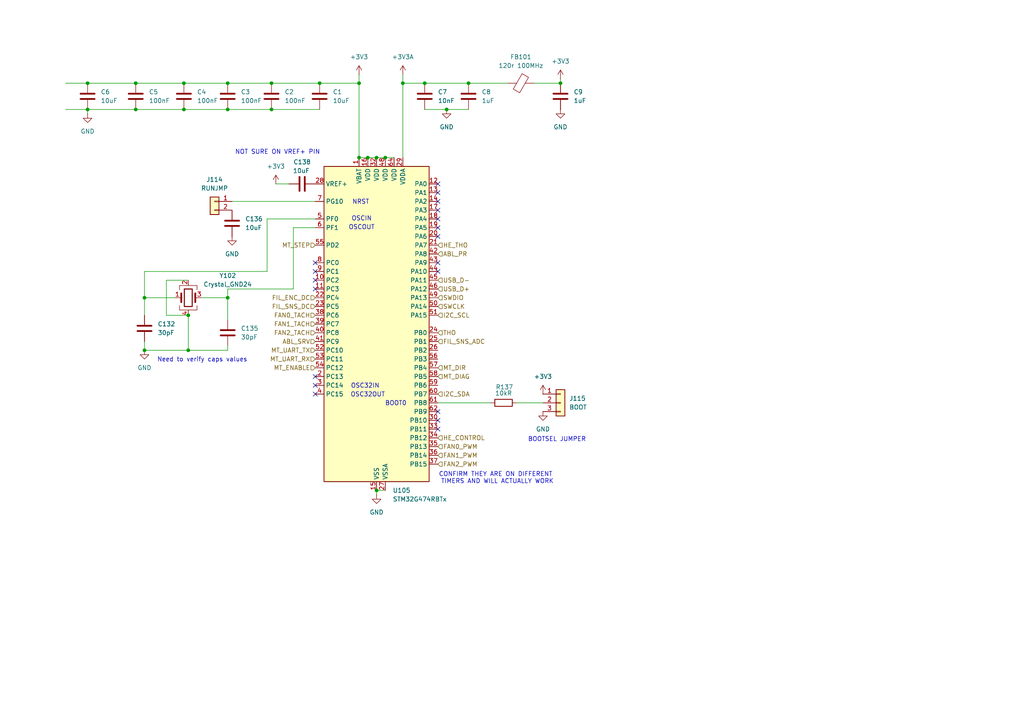
<source format=kicad_sch>
(kicad_sch (version 20250114) (generator "eeschema") (generator_version "9.0")
  (paper "A4")
  (lib_symbols
    (symbol "Connector_Generic:Conn_01x02" (pin_names (offset 1.016) (hide yes))
      (property "Reference" "J" (at 0 2.54 0))
      (property "Value" "Conn_01x02" (at 0 -5.08 0))
      (symbol "Conn_01x02_1_1"
        (rectangle (start -1.27 1.27) (end 1.27 -3.81) (stroke (width 0.254)) (fill (type background)))
        (rectangle (start -1.27 0.127) (end 0 -0.127) (stroke (width 0.1524)))
        (rectangle (start -1.27 -2.413) (end 0 -2.667) (stroke (width 0.1524)))
        (pin passive line (at -5.08 0 0) (length 3.81) (name "Pin_1") (number "1"))
        (pin passive line (at -5.08 -2.54 0) (length 3.81) (name "Pin_2") (number "2"))
      )
    )
    (symbol "Connector_Generic:Conn_01x03" (pin_names (offset 1.016) (hide yes))
      (property "Reference" "J" (at 0 5.08 0))
      (property "Value" "Conn_01x03" (at 0 -5.08 0))
      (symbol "Conn_01x03_1_1"
        (rectangle (start -1.27 3.81) (end 1.27 -3.81) (stroke (width 0.254)) (fill (type background)))
        (rectangle (start -1.27 2.667) (end 0 2.413) (stroke (width 0.1524)))
        (rectangle (start -1.27 0.127) (end 0 -0.127) (stroke (width 0.1524)))
        (rectangle (start -1.27 -2.413) (end 0 -2.667) (stroke (width 0.1524)))
        (pin passive line (at -5.08 2.54 0) (length 3.81) (name "Pin_1") (number "1"))
        (pin passive line (at -5.08 0 0) (length 3.81) (name "Pin_2") (number "2"))
        (pin passive line (at -5.08 -2.54 0) (length 3.81) (name "Pin_3") (number "3"))
      )
    )
    (symbol "Device:C" (pin_numbers (hide yes)) (pin_names (offset 0.254))
      (property "Reference" "C" (at 0.635 2.54 0))
      (property "Value" "C" (at 0.635 -2.54 0))
      (symbol "C_0_1"
        (polyline (pts (xy -2.032 0.762) (xy 2.032 0.762)) (stroke (width 0.508)))
        (polyline (pts (xy -2.032 -0.762) (xy 2.032 -0.762)) (stroke (width 0.508)))
      )
      (symbol "C_1_1"
        (pin passive line (at 0 3.81 270) (length 2.794) (name "~") (number "1"))
        (pin passive line (at 0 -3.81 90) (length 2.794) (name "~") (number "2"))
      )
    )
    (symbol "Device:Crystal_GND24" (pin_names (offset 1.016) (hide yes))
      (property "Reference" "Y" (at 3.175 5.08 0))
      (property "Value" "Crystal_GND24" (at 3.175 3.175 0))
      (symbol "Crystal_GND24_0_1"
        (polyline (pts (xy -2.54 2.286) (xy -2.54 3.556) (xy 2.54 3.556) (xy 2.54 2.286)))
        (polyline (pts (xy -2.54 0) (xy -2.032 0)))
        (polyline (pts (xy -2.54 -2.286) (xy -2.54 -3.556) (xy 2.54 -3.556) (xy 2.54 -2.286)))
        (polyline (pts (xy -2.032 -1.27) (xy -2.032 1.27)) (stroke (width 0.508)))
        (rectangle (start -1.143 2.54) (end 1.143 -2.54) (stroke (width 0.3048)))
        (polyline (pts (xy 0 3.556) (xy 0 3.81)))
        (polyline (pts (xy 0 -3.81) (xy 0 -3.556)))
        (polyline (pts (xy 2.032 0) (xy 2.54 0)))
        (polyline (pts (xy 2.032 -1.27) (xy 2.032 1.27)) (stroke (width 0.508)))
      )
      (symbol "Crystal_GND24_1_1"
        (pin passive line (at -3.81 0 0) (length 1.27) (name "1") (number "1"))
        (pin passive line (at 0 5.08 270) (length 1.27) (name "2") (number "2"))
        (pin passive line (at 0 -5.08 90) (length 1.27) (name "4") (number "4"))
        (pin passive line (at 3.81 0 180) (length 1.27) (name "3") (number "3"))
      )
    )
    (symbol "Device:FerriteBead" (pin_numbers (hide yes)) (pin_names (offset 0))
      (property "Reference" "FB" (at -3.81 0.635 90))
      (property "Value" "FerriteBead" (at 3.81 0 90))
      (symbol "FerriteBead_0_1"
        (polyline (pts (xy -2.7686 0.4064) (xy -1.7018 2.2606) (xy 2.7686 -0.3048) (xy 1.6764 -2.159) (xy -2.7686 0.4064)))
        (polyline (pts (xy 0 1.27) (xy 0 1.2954)))
        (polyline (pts (xy 0 -1.27) (xy 0 -1.2192)))
      )
      (symbol "FerriteBead_1_1"
        (pin passive line (at 0 3.81 270) (length 2.54) (name "~") (number "1"))
        (pin passive line (at 0 -3.81 90) (length 2.54) (name "~") (number "2"))
      )
    )
    (symbol "Device:R" (pin_numbers (hide yes)) (pin_names (offset 0))
      (property "Reference" "R" (at 2.032 0 90))
      (property "Value" "R" (at 0 0 90))
      (symbol "R_0_1"
        (rectangle (start -1.016 -2.54) (end 1.016 2.54) (stroke (width 0.254)))
      )
      (symbol "R_1_1"
        (pin passive line (at 0 3.81 270) (length 1.27) (name "~") (number "1"))
        (pin passive line (at 0 -3.81 90) (length 1.27) (name "~") (number "2"))
      )
    )
    (symbol "MCU_ST_STM32G4:STM32G474RBTx"
      (property "Reference" "U" (at -15.24 46.99 0))
      (property "Value" "STM32G474RBTx" (at 10.16 46.99 0))
      (symbol "STM32G474RBTx_0_1"
        (rectangle (start -15.24 -45.72) (end 15.24 45.72) (stroke (width 0.254)) (fill (type background)))
      )
      (symbol "STM32G474RBTx_1_1"
        (pin input line (at -17.78 40.64 0) (length 2.54) (name "VREF+") (number "28"))
        (pin bidirectional line (at -17.78 35.56 0) (length 2.54) (name "PG10") (number "7"))
        (pin bidirectional line (at -17.78 30.48 0) (length 2.54) (name "PF0") (number "5"))
        (pin bidirectional line (at -17.78 27.94 0) (length 2.54) (name "PF1") (number "6"))
        (pin bidirectional line (at -17.78 22.86 0) (length 2.54) (name "PD2") (number "55"))
        (pin bidirectional line (at -17.78 17.78 0) (length 2.54) (name "PC0") (number "8"))
        (pin bidirectional line (at -17.78 15.24 0) (length 2.54) (name "PC1") (number "9"))
        (pin bidirectional line (at -17.78 12.7 0) (length 2.54) (name "PC2") (number "10"))
        (pin bidirectional line (at -17.78 10.16 0) (length 2.54) (name "PC3") (number "11"))
        (pin bidirectional line (at -17.78 7.62 0) (length 2.54) (name "PC4") (number "22"))
        (pin bidirectional line (at -17.78 5.08 0) (length 2.54) (name "PC5") (number "23"))
        (pin bidirectional line (at -17.78 2.54 0) (length 2.54) (name "PC6") (number "38"))
        (pin bidirectional line (at -17.78 0 0) (length 2.54) (name "PC7") (number "39"))
        (pin bidirectional line (at -17.78 -2.54 0) (length 2.54) (name "PC8") (number "40"))
        (pin bidirectional line (at -17.78 -5.08 0) (length 2.54) (name "PC9") (number "41"))
        (pin bidirectional line (at -17.78 -7.62 0) (length 2.54) (name "PC10") (number "52"))
        (pin bidirectional line (at -17.78 -10.16 0) (length 2.54) (name "PC11") (number "53"))
        (pin bidirectional line (at -17.78 -12.7 0) (length 2.54) (name "PC12") (number "54"))
        (pin bidirectional line (at -17.78 -15.24 0) (length 2.54) (name "PC13") (number "2"))
        (pin bidirectional line (at -17.78 -17.78 0) (length 2.54) (name "PC14") (number "3"))
        (pin bidirectional line (at -17.78 -20.32 0) (length 2.54) (name "PC15") (number "4"))
        (pin power_in line (at -5.08 48.26 270) (length 2.54) (name "VBAT") (number "1"))
        (pin power_in line (at -2.54 48.26 270) (length 2.54) (name "VDD") (number "16"))
        (pin power_in line (at 0 48.26 270) (length 2.54) (name "VDD") (number "32"))
        (pin power_in line (at 0 -48.26 90) (length 2.54) (name "VSS") (number "15"))
        (pin passive line (at 0 -48.26 90) (length 2.54) (hide yes) (name "VSS") (number "31"))
        (pin passive line (at 0 -48.26 90) (length 2.54) (hide yes) (name "VSS") (number "47"))
        (pin passive line (at 0 -48.26 90) (length 2.54) (hide yes) (name "VSS") (number "63"))
        (pin power_in line (at 2.54 48.26 270) (length 2.54) (name "VDD") (number "48"))
        (pin power_in line (at 2.54 -48.26 90) (length 2.54) (name "VSSA") (number "27"))
        (pin power_in line (at 5.08 48.26 270) (length 2.54) (name "VDD") (number "64"))
        (pin power_in line (at 7.62 48.26 270) (length 2.54) (name "VDDA") (number "29"))
        (pin bidirectional line (at 17.78 40.64 180) (length 2.54) (name "PA0") (number "12"))
        (pin bidirectional line (at 17.78 38.1 180) (length 2.54) (name "PA1") (number "13"))
        (pin bidirectional line (at 17.78 35.56 180) (length 2.54) (name "PA2") (number "14"))
        (pin bidirectional line (at 17.78 33.02 180) (length 2.54) (name "PA3") (number "17"))
        (pin bidirectional line (at 17.78 30.48 180) (length 2.54) (name "PA4") (number "18"))
        (pin bidirectional line (at 17.78 27.94 180) (length 2.54) (name "PA5") (number "19"))
        (pin bidirectional line (at 17.78 25.4 180) (length 2.54) (name "PA6") (number "20"))
        (pin bidirectional line (at 17.78 22.86 180) (length 2.54) (name "PA7") (number "21"))
        (pin bidirectional line (at 17.78 20.32 180) (length 2.54) (name "PA8") (number "42"))
        (pin bidirectional line (at 17.78 17.78 180) (length 2.54) (name "PA9") (number "43"))
        (pin bidirectional line (at 17.78 15.24 180) (length 2.54) (name "PA10") (number "44"))
        (pin bidirectional line (at 17.78 12.7 180) (length 2.54) (name "PA11") (number "45"))
        (pin bidirectional line (at 17.78 10.16 180) (length 2.54) (name "PA12") (number "46"))
        (pin bidirectional line (at 17.78 7.62 180) (length 2.54) (name "PA13") (number "49"))
        (pin bidirectional line (at 17.78 5.08 180) (length 2.54) (name "PA14") (number "50"))
        (pin bidirectional line (at 17.78 2.54 180) (length 2.54) (name "PA15") (number "51"))
        (pin bidirectional line (at 17.78 -2.54 180) (length 2.54) (name "PB0") (number "24"))
        (pin bidirectional line (at 17.78 -5.08 180) (length 2.54) (name "PB1") (number "25"))
        (pin bidirectional line (at 17.78 -7.62 180) (length 2.54) (name "PB2") (number "26"))
        (pin bidirectional line (at 17.78 -10.16 180) (length 2.54) (name "PB3") (number "56"))
        (pin bidirectional line (at 17.78 -12.7 180) (length 2.54) (name "PB4") (number "57"))
        (pin bidirectional line (at 17.78 -15.24 180) (length 2.54) (name "PB5") (number "58"))
        (pin bidirectional line (at 17.78 -17.78 180) (length 2.54) (name "PB6") (number "59"))
        (pin bidirectional line (at 17.78 -20.32 180) (length 2.54) (name "PB7") (number "60"))
        (pin bidirectional line (at 17.78 -22.86 180) (length 2.54) (name "PB8") (number "61"))
        (pin bidirectional line (at 17.78 -25.4 180) (length 2.54) (name "PB9") (number "62"))
        (pin bidirectional line (at 17.78 -27.94 180) (length 2.54) (name "PB10") (number "30"))
        (pin bidirectional line (at 17.78 -30.48 180) (length 2.54) (name "PB11") (number "33"))
        (pin bidirectional line (at 17.78 -33.02 180) (length 2.54) (name "PB12") (number "34"))
        (pin bidirectional line (at 17.78 -35.56 180) (length 2.54) (name "PB13") (number "35"))
        (pin bidirectional line (at 17.78 -38.1 180) (length 2.54) (name "PB14") (number "36"))
        (pin bidirectional line (at 17.78 -40.64 180) (length 2.54) (name "PB15") (number "37"))
      )
    )
    (symbol "power:+3V3" (power) (pin_numbers (hide yes)) (pin_names (offset 0) (hide yes))
      (property "Value" "+3V3" (at 0 3.556 0))
      (symbol "+3V3_0_1"
        (polyline (pts (xy -0.762 1.27) (xy 0 2.54)))
        (polyline (pts (xy 0 2.54) (xy 0.762 1.27)))
        (polyline (pts (xy 0 0) (xy 0 2.54)))
      )
      (symbol "+3V3_1_1"
        (pin power_in line (at 0 0 90) (length 0) (name "~") (number "1"))
      )
    )
    (symbol "power:GND" (power) (pin_numbers (hide yes)) (pin_names (offset 0) (hide yes))
      (property "Value" "GND" (at 0 -3.81 0))
      (symbol "GND_0_1"
        (polyline (pts (xy 0 0) (xy 0 -1.27) (xy 1.27 -1.27) (xy 0 -2.54) (xy -1.27 -1.27) (xy 0 -1.27)))
      )
      (symbol "GND_1_1"
        (pin power_in line (at 0 0 270) (length 0) (name "~") (number "1"))
      )
    )
  )
  (text "OSCIN" (at 104.902 63.5 0) (effects (font (size 1.27 1.27))))
  (text "CONFIRM THEY ARE ON DIFFERENT\n TIMERS AND WILL ACTUALLY WORK\n" (at 143.764 138.684 0) (effects (font (size 1.27 1.27))))
  (text "NOT SURE ON VREF+ PIN" (at 80.518 44.196 0) (effects (font (size 1.27 1.27))))
  (text "OSC32IN\n" (at 105.918 112.014 0) (effects (font (size 1.27 1.27))))
  (text "OSCOUT\n" (at 104.902 66.04 0) (effects (font (size 1.27 1.27))))
  (text "BOOT0" (at 114.808 117.094 0) (effects (font (size 1.27 1.27))))
  (text "NRST" (at 104.648 58.674 0) (effects (font (size 1.27 1.27))))
  (text "BOOTSEL JUMPER" (at 161.544 127.508 0) (effects (font (size 1.27 1.27))))
  (text "Need to verify caps values\n" (at 58.674 104.394 0) (effects (font (size 1.27 1.27))))
  (text "OSC32OUT" (at 106.68 114.554 0) (effects (font (size 1.27 1.27))))
  (junction (at 129.54 31.75))
  (junction (at 66.04 24.13))
  (junction (at 78.74 31.75))
  (junction (at 66.04 86.36))
  (junction (at 106.68 45.72))
  (junction (at 25.4 24.13))
  (junction (at 92.71 24.13))
  (junction (at 66.04 31.75))
  (junction (at 54.61 91.44))
  (junction (at 162.56 24.13))
  (junction (at 41.91 101.6))
  (junction (at 109.22 45.72))
  (junction (at 111.76 45.72))
  (junction (at 123.19 24.13))
  (junction (at 104.14 24.13))
  (junction (at 41.91 86.36))
  (junction (at 116.84 24.13))
  (junction (at 109.22 142.24))
  (junction (at 39.37 24.13))
  (junction (at 54.61 101.6))
  (junction (at 53.34 24.13))
  (junction (at 39.37 31.75))
  (junction (at 104.14 45.72))
  (junction (at 53.34 31.75))
  (junction (at 135.89 24.13))
  (junction (at 25.4 31.75))
  (junction (at 78.74 24.13))
  (no_connect (at 127 76.2))
  (no_connect (at 91.44 114.3))
  (no_connect (at 127 55.88))
  (no_connect (at 91.44 78.74))
  (no_connect (at 127 78.74))
  (no_connect (at 127 66.04))
  (no_connect (at 91.44 81.28))
  (no_connect (at 127 53.34))
  (no_connect (at 127 124.46))
  (no_connect (at 91.44 83.82))
  (no_connect (at 127 68.58))
  (no_connect (at 91.44 76.2))
  (no_connect (at 127 63.5))
  (no_connect (at 91.44 109.22))
  (no_connect (at 91.44 111.76))
  (no_connect (at 127 119.38))
  (no_connect (at 127 121.92))
  (no_connect (at 127 58.42))
  (no_connect (at 127 60.96))
  (wire (pts (xy 54.61 91.44) (xy 54.61 101.6)))
  (wire (pts (xy 104.14 45.72) (xy 106.68 45.72)))
  (wire (pts (xy 39.37 24.13) (xy 53.34 24.13)))
  (wire (pts (xy 41.91 78.74) (xy 41.91 86.36)))
  (wire (pts (xy 111.76 45.72) (xy 114.3 45.72)))
  (wire (pts (xy 25.4 33.02) (xy 25.4 31.75)))
  (wire (pts (xy 135.89 24.13) (xy 147.32 24.13)))
  (wire (pts (xy 129.54 31.75) (xy 135.89 31.75)))
  (wire (pts (xy 162.56 22.86) (xy 162.56 24.13)))
  (wire (pts (xy 41.91 101.6) (xy 54.61 101.6)))
  (wire (pts (xy 85.09 83.82) (xy 85.09 66.04)))
  (wire (pts (xy 41.91 91.44) (xy 41.91 86.36)))
  (wire (pts (xy 66.04 83.82) (xy 85.09 83.82)))
  (wire (pts (xy 54.61 81.28) (xy 48.26 81.28)))
  (wire (pts (xy 104.14 24.13) (xy 104.14 45.72)))
  (wire (pts (xy 53.34 24.13) (xy 66.04 24.13)))
  (wire (pts (xy 67.31 58.42) (xy 91.44 58.42)))
  (wire (pts (xy 116.84 24.13) (xy 116.84 45.72)))
  (wire (pts (xy 54.61 101.6) (xy 66.04 101.6)))
  (wire (pts (xy 116.84 24.13) (xy 123.19 24.13)))
  (wire (pts (xy 77.47 78.74) (xy 41.91 78.74)))
  (wire (pts (xy 19.05 31.75) (xy 25.4 31.75)))
  (wire (pts (xy 66.04 101.6) (xy 66.04 100.33)))
  (wire (pts (xy 85.09 66.04) (xy 91.44 66.04)))
  (wire (pts (xy 66.04 83.82) (xy 66.04 86.36)))
  (wire (pts (xy 78.74 24.13) (xy 92.71 24.13)))
  (wire (pts (xy 19.05 24.13) (xy 25.4 24.13)))
  (wire (pts (xy 92.71 24.13) (xy 104.14 24.13)))
  (wire (pts (xy 66.04 24.13) (xy 78.74 24.13)))
  (wire (pts (xy 91.44 63.5) (xy 77.47 63.5)))
  (wire (pts (xy 123.19 24.13) (xy 135.89 24.13)))
  (wire (pts (xy 39.37 31.75) (xy 53.34 31.75)))
  (wire (pts (xy 77.47 63.5) (xy 77.47 78.74)))
  (wire (pts (xy 109.22 142.24) (xy 111.76 142.24)))
  (wire (pts (xy 66.04 31.75) (xy 78.74 31.75)))
  (wire (pts (xy 123.19 31.75) (xy 129.54 31.75)))
  (wire (pts (xy 41.91 86.36) (xy 50.8 86.36)))
  (wire (pts (xy 66.04 92.71) (xy 66.04 86.36)))
  (wire (pts (xy 78.74 31.75) (xy 92.71 31.75)))
  (wire (pts (xy 149.86 116.84) (xy 157.48 116.84)))
  (wire (pts (xy 80.01 53.34) (xy 83.82 53.34)))
  (wire (pts (xy 58.42 86.36) (xy 66.04 86.36)))
  (wire (pts (xy 154.94 24.13) (xy 162.56 24.13)))
  (wire (pts (xy 41.91 99.06) (xy 41.91 101.6)))
  (wire (pts (xy 48.26 91.44) (xy 54.61 91.44)))
  (wire (pts (xy 25.4 31.75) (xy 39.37 31.75)))
  (wire (pts (xy 48.26 81.28) (xy 48.26 91.44)))
  (wire (pts (xy 116.84 21.59) (xy 116.84 24.13)))
  (wire (pts (xy 109.22 45.72) (xy 111.76 45.72)))
  (wire (pts (xy 109.22 142.24) (xy 109.22 143.51)))
  (wire (pts (xy 142.24 116.84) (xy 127 116.84)))
  (wire (pts (xy 53.34 31.75) (xy 66.04 31.75)))
  (wire (pts (xy 106.68 45.72) (xy 109.22 45.72)))
  (wire (pts (xy 25.4 24.13) (xy 39.37 24.13)))
  (wire (pts (xy 104.14 24.13) (xy 104.14 21.59)))
  (hierarchical_label "THO" (shape input) (at 127 96.52 0))
  (hierarchical_label "FIL_SNS_ADC" (shape input) (at 127 99.06 0))
  (hierarchical_label "SWCLK" (shape input) (at 127 88.9 0))
  (hierarchical_label "FIL_ENC_DC" (shape input) (at 91.44 86.36 180))
  (hierarchical_label "MT_ENABLE" (shape input) (at 91.44 106.68 180))
  (hierarchical_label "I2C_SDA" (shape input) (at 127 114.3 0))
  (hierarchical_label "FAN0_PWM" (shape input) (at 127 129.54 0))
  (hierarchical_label "FAN2_TACH" (shape input) (at 91.44 96.52 180))
  (hierarchical_label "USB_D+" (shape input) (at 127 83.82 0))
  (hierarchical_label "ABL_SRV" (shape input) (at 91.44 99.06 180))
  (hierarchical_label "I2C_SCL" (shape input) (at 127 91.44 0))
  (hierarchical_label "FAN1_PWM" (shape input) (at 127 132.08 0))
  (hierarchical_label "ABL_PR" (shape input) (at 127 73.66 0))
  (hierarchical_label "HE_CONTROL" (shape input) (at 127 127 0))
  (hierarchical_label "FAN1_TACH" (shape input) (at 91.44 93.98 180))
  (hierarchical_label "MT_DIAG" (shape input) (at 127 109.22 0))
  (hierarchical_label "SWDIO" (shape input) (at 127 86.36 0))
  (hierarchical_label "MT_STEP" (shape input) (at 91.44 71.12 180))
  (hierarchical_label "USB_D-" (shape input) (at 127 81.28 0))
  (hierarchical_label "FAN0_TACH" (shape input) (at 91.44 91.44 180))
  (hierarchical_label "FAN2_PWM" (shape input) (at 127 134.62 0))
  (hierarchical_label "MT_DIR" (shape input) (at 127 106.68 0))
  (hierarchical_label "MT_UART_RX" (shape input) (at 91.44 104.14 180))
  (hierarchical_label "MT_UART_TX" (shape input) (at 91.44 101.6 180))
  (hierarchical_label "HE_THO" (shape input) (at 127 71.12 0))
  (hierarchical_label "FIL_SNS_DC" (shape input) (at 91.44 88.9 180))
  (symbol (lib_id "Connector_Generic:Conn_01x03") (at 162.56 116.84 0) (unit 1)
    (property "Reference" "J115" (at 165.1 115.5699 0) (effects (justify left)))
    (property "Value" "BOOT" (at 165.1 118.1099 0) (effects (justify left)))
    (property "Description" "Generic connector, single row, 01x03, script generated (kicad-library-utils/schlib/autogen/connector/)" (effects (hide yes)))
  )
  (symbol (lib_id "Device:C") (at 78.74 27.94 0) (unit 1)
    (property "Reference" "C2" (at 82.55 26.6699 0) (effects (justify left)))
    (property "Value" "100nF" (at 82.55 29.2099 0) (effects (justify left)))
    (property "Footprint" "Capacitor_SMD:C_0402_1005Metric" (effects (hide yes)))
    (property "Description" "Unpolarized capacitor" (effects (hide yes)))
  )
  (symbol (lib_id "Device:C") (at 25.4 27.94 0) (unit 1)
    (property "Reference" "C6" (at 29.21 26.6699 0) (effects (justify left)))
    (property "Value" "10uF" (at 29.21 29.2099 0) (effects (justify left)))
    (property "Footprint" "Capacitor_SMD:C_0603_1608Metric" (effects (hide yes)))
    (property "Description" "Unpolarized capacitor" (effects (hide yes)))
  )
  (symbol (lib_id "Device:C") (at 87.63 53.34 90) (unit 1)
    (property "Reference" "C138" (at 87.63 46.99 90))
    (property "Value" "10uF" (at 87.376 49.53 90))
    (property "Description" "Unpolarized capacitor" (effects (hide yes)))
  )
  (symbol (lib_id "power:+3V3") (at 157.48 114.3 0) (unit 1)
    (property "Reference" "#PWR0180" (effects (hide yes)))
    (property "Value" "+3V3" (at 157.48 109.22 0))
    (property "Description" "Power symbol creates a global label with name \"+3V3\"" (effects (hide yes)))
  )
  (symbol (lib_id "power:+3V3") (at 116.84 21.59 0) (unit 1)
    (property "Reference" "#PWR0178" (effects (hide yes)))
    (property "Value" "+3V3A" (at 116.84 16.51 0))
    (property "Description" "Power symbol creates a global label with name \"+3V3\"" (effects (hide yes)))
  )
  (symbol (lib_id "power:GND") (at 109.22 143.51 0) (unit 1)
    (property "Reference" "#PWR0177" (effects (hide yes)))
    (property "Value" "GND" (at 109.22 148.59 0))
    (property "Description" "Power symbol creates a global label with name \"GND\" , ground" (effects (hide yes)))
  )
  (symbol (lib_id "Device:C") (at 41.91 95.25 0) (unit 1)
    (property "Reference" "C132" (at 45.72 93.9799 0) (effects (justify left)))
    (property "Value" "30pF" (at 45.72 96.5199 0) (effects (justify left)))
    (property "Description" "Unpolarized capacitor" (effects (hide yes)))
  )
  (symbol (lib_id "Device:FerriteBead") (at 151.13 24.13 90) (unit 1)
    (property "Reference" "FB101" (at 151.0792 16.51 90))
    (property "Value" "120r 100MHz" (at 151.0792 19.05 90))
    (property "Description" "Ferrite bead" (effects (hide yes)))
  )
  (symbol (lib_id "power:GND") (at 129.54 31.75 0) (unit 1)
    (property "Reference" "#PWR0179" (effects (hide yes)))
    (property "Value" "GND" (at 129.54 36.83 0))
    (property "Description" "Power symbol creates a global label with name \"GND\" , ground" (effects (hide yes)))
  )
  (symbol (lib_id "Device:C") (at 66.04 96.52 0) (unit 1)
    (property "Reference" "C135" (at 69.85 95.2499 0) (effects (justify left)))
    (property "Value" "30pF" (at 69.85 97.7899 0) (effects (justify left)))
    (property "Description" "Unpolarized capacitor" (effects (hide yes)))
  )
  (symbol (lib_id "power:GND") (at 41.91 101.6 0) (unit 1)
    (property "Reference" "#PWR0173" (effects (hide yes)))
    (property "Value" "GND" (at 41.91 106.68 0))
    (property "Description" "Power symbol creates a global label with name \"GND\" , ground" (effects (hide yes)))
  )
  (symbol (lib_id "Device:C") (at 123.19 27.94 0) (unit 1)
    (property "Reference" "C7" (at 127 26.67 0) (effects (justify left)))
    (property "Value" "10nF" (at 127 29.2099 0) (effects (justify left)))
    (property "Footprint" "Capacitor_SMD:C_0402_1005Metric" (effects (hide yes)))
    (property "Description" "Unpolarized capacitor" (effects (hide yes)))
  )
  (symbol (lib_id "power:GND") (at 162.56 31.75 0) (unit 1)
    (property "Reference" "#PWR0183" (effects (hide yes)))
    (property "Value" "GND" (at 162.56 36.83 0))
    (property "Description" "Power symbol creates a global label with name \"GND\" , ground" (effects (hide yes)))
  )
  (symbol (lib_id "Device:Crystal_GND24") (at 54.61 86.36 0) (unit 1)
    (property "Reference" "Y102" (at 66.04 79.9398 0))
    (property "Value" "Crystal_GND24" (at 66.04 82.4798 0))
    (property "Description" "Four pin crystal, GND on pins 2 and 4" (effects (hide yes)))
  )
  (symbol (lib_id "power:+3V3") (at 104.14 21.59 0) (unit 1)
    (property "Reference" "#PWR0176" (effects (hide yes)))
    (property "Value" "+3V3" (at 104.14 16.51 0))
    (property "Description" "Power symbol creates a global label with name \"+3V3\"" (effects (hide yes)))
  )
  (symbol (lib_id "Device:C") (at 92.71 27.94 0) (unit 1)
    (property "Reference" "C1" (at 96.52 26.6699 0) (effects (justify left)))
    (property "Value" "10uF" (at 96.52 29.2099 0) (effects (justify left)))
    (property "Footprint" "Capacitor_SMD:C_0201_0603Metric" (effects (hide yes)))
    (property "Description" "Unpolarized capacitor" (effects (hide yes)))
  )
  (symbol (lib_id "MCU_ST_STM32G4:STM32G474RBTx") (at 109.22 93.98 0) (unit 1)
    (property "Reference" "U105" (at 113.9033 142.24 0) (effects (justify left)))
    (property "Value" "STM32G474RBTx" (at 113.9033 144.78 0) (effects (justify left)))
    (property "Footprint" "Package_QFP:LQFP-64_10x10mm_P0.5mm" (effects (hide yes)))
    (property "Datasheet" "https://www.st.com/resource/en/datasheet/stm32g474rb.pdf" (effects (hide yes)))
    (property "Description" "STMicroelectronics Arm Cortex-M4 MCU, 128KB flash, 128KB RAM, 170 MHz, 1.71-3.6V, 52 GPIO, LQFP64" (effects (hide yes)))
  )
  (symbol (lib_id "Device:C") (at 67.31 64.77 0) (unit 1)
    (property "Reference" "C136" (at 71.12 63.4999 0) (effects (justify left)))
    (property "Value" "10uF" (at 71.12 66.0399 0) (effects (justify left)))
    (property "Description" "Unpolarized capacitor" (effects (hide yes)))
  )
  (symbol (lib_id "power:GND") (at 157.48 119.38 0) (unit 1)
    (property "Reference" "#PWR0181" (effects (hide yes)))
    (property "Value" "GND" (at 157.48 124.46 0))
    (property "Description" "Power symbol creates a global label with name \"GND\" , ground" (effects (hide yes)))
  )
  (symbol (lib_id "Device:C") (at 135.89 27.94 0) (unit 1)
    (property "Reference" "C8" (at 139.7 26.6699 0) (effects (justify left)))
    (property "Value" "1uF" (at 139.7 29.2099 0) (effects (justify left)))
    (property "Footprint" "Capacitor_SMD:C_0201_0603Metric" (effects (hide yes)))
    (property "Description" "Unpolarized capacitor" (effects (hide yes)))
  )
  (symbol (lib_id "Device:C") (at 66.04 27.94 0) (unit 1)
    (property "Reference" "C3" (at 69.85 26.6699 0) (effects (justify left)))
    (property "Value" "100nF" (at 69.85 29.2099 0) (effects (justify left)))
    (property "Footprint" "Capacitor_SMD:C_0402_1005Metric" (effects (hide yes)))
    (property "Description" "Unpolarized capacitor" (effects (hide yes)))
  )
  (symbol (lib_id "Device:C") (at 39.37 27.94 0) (unit 1)
    (property "Reference" "C5" (at 43.18 26.6699 0) (effects (justify left)))
    (property "Value" "100nF" (at 43.18 29.2099 0) (effects (justify left)))
    (property "Footprint" "Capacitor_SMD:C_0402_1005Metric" (effects (hide yes)))
    (property "Description" "Unpolarized capacitor" (effects (hide yes)))
  )
  (symbol (lib_id "Device:C") (at 162.56 27.94 0) (unit 1)
    (property "Reference" "C9" (at 166.37 26.6699 0) (effects (justify left)))
    (property "Value" "1uF" (at 166.37 29.2099 0) (effects (justify left)))
    (property "Footprint" "Capacitor_SMD:C_0201_0603Metric" (effects (hide yes)))
    (property "Description" "Unpolarized capacitor" (effects (hide yes)))
  )
  (symbol (lib_id "power:+3V3") (at 162.56 22.86 0) (unit 1)
    (property "Reference" "#PWR0182" (effects (hide yes)))
    (property "Value" "+3V3" (at 162.56 17.78 0))
    (property "Description" "Power symbol creates a global label with name \"+3V3\"" (effects (hide yes)))
  )
  (symbol (lib_id "Device:C") (at 53.34 27.94 0) (unit 1)
    (property "Reference" "C4" (at 57.15 26.6699 0) (effects (justify left)))
    (property "Value" "100nF" (at 57.15 29.2099 0) (effects (justify left)))
    (property "Footprint" "Capacitor_SMD:C_0402_1005Metric" (effects (hide yes)))
    (property "Description" "Unpolarized capacitor" (effects (hide yes)))
  )
  (symbol (lib_id "Connector_Generic:Conn_01x02") (at 62.23 58.42 0) (mirror y) (unit 1)
    (property "Reference" "J114" (at 62.23 52.07 0))
    (property "Value" "RUNJMP" (at 62.23 54.61 0))
    (property "Description" "Generic connector, single row, 01x02, script generated (kicad-library-utils/schlib/autogen/connector/)" (effects (hide yes)))
  )
  (symbol (lib_id "power:+3V3") (at 80.01 53.34 0) (unit 1)
    (property "Reference" "#PWR0175" (effects (hide yes)))
    (property "Value" "+3V3" (at 80.01 48.26 0))
    (property "Description" "Power symbol creates a global label with name \"+3V3\"" (effects (hide yes)))
  )
  (symbol (lib_id "Device:R") (at 146.05 116.84 90) (unit 1)
    (property "Reference" "R137" (at 146.304 112.268 90))
    (property "Value" "10kR" (at 146.05 114.046 90))
    (property "Description" "Resistor" (effects (hide yes)))
  )
  (symbol (lib_id "power:GND") (at 67.31 68.58 0) (unit 1)
    (property "Reference" "#PWR0174" (effects (hide yes)))
    (property "Value" "GND" (at 67.31 73.66 0))
    (property "Description" "Power symbol creates a global label with name \"GND\" , ground" (effects (hide yes)))
  )
  (symbol (lib_id "power:GND") (at 25.4 33.02 0) (unit 1)
    (property "Reference" "#PWR0172" (effects (hide yes)))
    (property "Value" "GND" (at 25.4 38.1 0))
    (property "Description" "Power symbol creates a global label with name \"GND\" , ground" (effects (hide yes)))
  )
)
</source>
